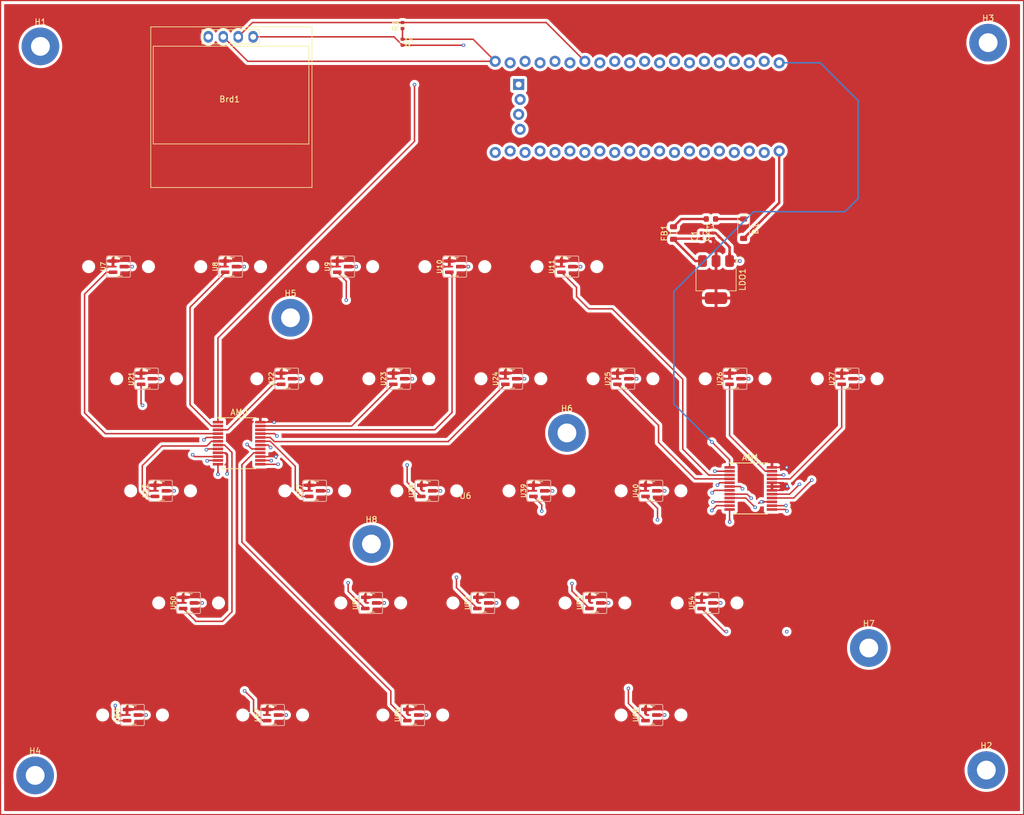
<source format=kicad_pcb>
(kicad_pcb (version 20241229) (generator "pcbnew") (generator_version "9.0")
  (layers (0 "F.Cu" signal) (4 "In1.Cu" signal) (6 "In2.Cu" signal) (2 "B.Cu" signal) (13 "F.Paste" user) (15 "B.Paste" user) (5 "F.SilkS" user "F.Silkscreen") (7 "B.SilkS" user "B.Silkscreen") (1 "F.Mask" user) (3 "B.Mask" user) (25 "Edge.Cuts" user))
  (net 0 "")
  (net 1 "AM0:11")
  (net 2 "+3V3")
  (net 3 "AM0:1")
  (net 4 "AM0:6")
  (net 5 "AM0:14")
  (net 6 "AM0:10")
  (net 7 "AM0:8")
  (net 8 "AM0:9")
  (net 9 "AM0:2")
  (net 10 "AM0:SELECT1")
  (net 11 "AM0")
  (net 12 "GND")
  (net 13 "AM0:7")
  (net 14 "AM0:12")
  (net 15 "AM0:15")
  (net 16 "AM0:3")
  (net 17 "AM0:4")
  (net 18 "AM0:5")
  (net 19 "AM0:13")
  (net 20 "PB6_SCL1")
  (net 21 "+3.3V_QWIIC")
  (net 22 "PB7_SDA1")
  (net 23 "AM1:6")
  (net 24 "AM0:SELECT0")
  (net 25 "AM1:5")
  (net 26 "AM1:8")
  (net 27 "AM1:10")
  (net 28 "AM1:4")
  (net 29 "AM1:0")
  (net 30 "AM1:3")
  (net 31 "AM1:1")
  (net 32 "AM1:15")
  (net 33 "AM1:2")
  (net 34 "AM1:14")
  (net 35 "USART1_TX")
  (net 36 "NRST")
  (net 37 "PA8_DISP_DATA")
  (net 39 "PB4_DISP_CS")
  (net 41 "PB3_DISP_SCK")
  (net 43 "USB_D-")
  (net 44 "PWR_SENSE")
  (net 46 "SWDIO")
  (net 47 "+5V")
  (net 49 "FLASH_CS")
  (net 51 "RGBLED")
  (net 53 "PB1_ADC9_BUZZ")
  (net 54 "USART1_RX")
  (net 55 "PB15_MOSI2")
  (net 57 "PB14_MISO2")
  (net 58 "SWCLK")
  (net 59 "AM1")
  (net 60 "USB_D+")
  (net 61 "AM0:SELECT3")
  (net 62 "PB0_ADC8")
  (net 63 "PB13_SCK2")
  (net 64 "SWD_3.3V")
  (net 65 "AM0:SELECT2")
  (net 66 "AM1:SELECT0")
  (net 67 "AM1:SELECT3")
  (net 68 "AM1:SELECT2")
  (net 69 "AM1:SELECT1")
  (net 70 "Net-(LDO1-VI)")
  (net 71 "Net-(D1-K)")
  (net 72 "Net-(F1-Pad2)")
  (footprint "Capacitor_SMD:C_0402_1005Metric" (layer "F.Cu") (at 225.81 108.4775 90)
    (property "Reference" "C1")
    (property "Value" "10u")
  )
  (footprint "PCM_marbastlib-xp-he:SW_MX_HE_0deg_1.75u" (layer "F.Cu") (at 133.87875 151.81)
    (property "Reference" "U12")
    (property "Value" "GH39FKSW")
  )
  (footprint "PCM_marbastlib-xp-he:SW_MX_HE_0deg_1u" (layer "F.Cu") (at 179.1225 151.81)
    (property "Reference" "U38")
    (property "Value" "GH39FKSW")
  )
  (footprint "PCM_marbastlib-xp-he:SW_MX_HE_0deg_1u" (layer "F.Cu") (at 174.36 132.76)
    (property "Reference" "U23")
    (property "Value" "GH39FKSW")
  )
  (footprint "SSD1306:128x64OLED" (layer "F.Cu") (at 145.61 85.26)
    (property "Reference" "Brd1")
    (property "Value" "SSD1306")
  )
  (footprint "Package_TO_SOT_SMD:SOT-223-3_TabPin2" (layer "F.Cu") (at 228.2725 115.91 -90)
    (property "Reference" "LDO1")
    (property "Value" "AMS1117-3.3")
  )
  (footprint "PCM_marbastlib-xp-he:SW_MX_HE_0deg_1u" (layer "F.Cu") (at 202.935 113.71)
    (property "Reference" "U11")
    (property "Value" "GH39FKSW")
  )
  (footprint "MountingHole:MountingHole_3.2mm_M3_Pad" (layer "F.Cu") (at 113.46 76.28)
    (property "Reference" "H1")
    (property "Value" "MountingHole")
  )
  (footprint "kicad_blackpill:BlackPill_STLINK" (layer "F.Cu") (at 213.90375 86.56625 -90)
    (property "Reference" "U6")
    (property "Value" "BlackPill_STLINK")
  )
  (footprint "PCM_marbastlib-xp-he:SW_MX_HE_0deg_1u" (layer "F.Cu") (at 231.51 132.76)
    (property "Reference" "U26")
    (property "Value" "GH39FKSW")
  )
  (footprint "PCM_marbastlib-xp-he:SW_MX_HE_0deg_1u" (layer "F.Cu") (at 183.885 113.71)
    (property "Reference" "U10")
    (property "Value" "GH39FKSW")
  )
  (footprint "MountingHole:MountingHole_3.2mm_M3_Pad" (layer "F.Cu") (at 254.23 178.52)
    (property "Reference" "H7")
    (property "Value" "MountingHole")
  )
  (footprint "PCM_marbastlib-xp-he:SW_MX_HE_0deg_1u" (layer "F.Cu") (at 188.6475 170.86)
    (property "Reference" "U52")
    (property "Value" "GH39FKSW")
  )
  (footprint "MountingHole:MountingHole_3.2mm_M3_Pad" (layer "F.Cu") (at 112.56 200.17)
    (property "Reference" "H4")
    (property "Value" "MountingHole")
  )
  (footprint "PCM_marbastlib-xp-he:SW_MX_HE_0deg_2.25" (layer "F.Cu") (at 138.64125 170.86)
    (property "Reference" "U50")
    (property "Value" "GH39FKSW")
  )
  (footprint "PCM_marbastlib-xp-he:SW_MX_HE_0deg_1u" (layer "F.Cu") (at 217.2225 151.81)
    (property "Reference" "U40")
    (property "Value" "GH39FKSW")
  )
  (footprint "Resistor_SMD:R_0402_1005Metric" (layer "F.Cu") (at 174.99 72.74 90)
    (property "Reference" "R1")
    (property "Value" "2k2")
  )
  (footprint "Package_SO:SSOP-24_5.3x8.2mm_P0.65mm" (layer "F.Cu") (at 234.1725 151.40375)
    (property "Reference" "AM1")
    (property "Value" "CD74HC4067SM")
  )
  (footprint "Fuse:Fuse_0603_1608Metric" (layer "F.Cu") (at 227.40375 105.61625 180)
    (property "Reference" "F1")
    (property "Value" "500mA")
  )
  (footprint "PCM_marbastlib-xp-he:SW_MX_HE_0deg_1u" (layer "F.Cu") (at 250.56 132.76)
    (property "Reference" "U27")
    (property "Value" "GH39FKSW")
  )
  (footprint "MountingHole:MountingHole_3.2mm_M3_Pad" (layer "F.Cu") (at 155.96 122.4)
    (property "Reference" "H5")
    (property "Value" "MountingHole")
  )
  (footprint "MountingHole:MountingHole_3.2mm_M3_Pad" (layer "F.Cu") (at 202.93 141.97)
    (property "Reference" "H6")
    (property "Value" "MountingHole")
  )
  (footprint "PCM_marbastlib-xp-he:SW_MX_HE_0deg_1u" (layer "F.Cu") (at 160.0725 151.81)
    (property "Reference" "U37")
    (property "Value" "GH39FKSW")
  )
  (footprint "PCM_marbastlib-xp-he:SW_MX_HE_0deg_1u" (layer "F.Cu") (at 155.31 132.76)
    (property "Reference" "U22")
    (property "Value" "GH39FKSW")
  )
  (footprint "PCM_marbastlib-xp-he:SW_MX_HE_0deg_1u" (layer "F.Cu") (at 212.46 132.76)
    (property "Reference" "U25")
    (property "Value" "GH39FKSW")
  )
  (footprint "PCM_marbastlib-xp-he:SW_MX_HE_0deg_1.5u" (layer "F.Cu") (at 131.4975 132.76)
    (property "Reference" "U21")
    (property "Value" "GH39FKSW")
  )
  (footprint "PCM_marbastlib-xp-he:SW_MX_HE_0deg_1.25u" (layer "F.Cu") (at 129.11625 189.91)
    (property "Reference" "U64")
    (property "Value" "GH39FKSW")
  )
  (footprint "PCM_marbastlib-xp-he:SW_MX_HE_0deg_1.25u" (layer "F.Cu") (at 152.92875 189.91)
    (property "Reference" "U67")
    (property "Value" "GH39FKSW")
  )
  (footprint "PCM_marbastlib-xp-he:SW_MX_HE_0deg_1u" (layer "F.Cu") (at 207.6975 170.86)
    (property "Reference" "U53")
    (property "Value" "GH39FKSW")
  )
  (footprint "MountingHole:MountingHole_3.2mm_M3_Pad" (layer "F.Cu") (at 274.51 75.65)
    (property "Reference" "H3")
    (property "Value" "MountingHole")
  )
  (footprint "Diode_SMD:D_SOD-123" (layer "F.Cu") (at 232.95375 107.26625 -90)
    (property "Reference" "D1")
    (property "Value" "B5819W")
  )
  (footprint "Capacitor_SMD:C_0402_1005Metric" (layer "F.Cu") (at 227.78 108.4775 90)
    (property "Reference" "C2")
    (property "Value" "10u")
  )
  (footprint "PCM_marbastlib-xp-he:SW_MX_HE_0deg_1u" (layer "F.Cu") (at 145.785 113.71)
    (property "Reference" "U8")
    (property "Value" "GH39FKSW")
  )
  (footprint "PCM_marbastlib-xp-he:SW_MX_HE_0deg_1u" (layer "F.Cu") (at 126.735 113.71)
    (property "Reference" "U7")
    (property "Value" "GH39FKSW")
  )
  (footprint "MountingHole:MountingHole_3.2mm_M3_Pad" (layer "F.Cu") (at 169.71 160.85)
    (property "Reference" "H8")
    (property "Value" "MountingHole")
  )
  (footprint "PCM_marbastlib-xp-he:SW_MX_HE_0deg_1u" (layer "F.Cu") (at 193.41 132.76)
    (property "Reference" "U24")
    (property "Value" "GH39FKSW")
  )
  (footprint "PCM_marbastlib-xp-he:SW_MX_HE_0deg_1.25u" (layer "F.Cu") (at 176.74125 189.91)
    (property "Reference" "U66")
    (property "Value" "GH39FKSW")
  )
  (footprint "MountingHole:MountingHole_3.2mm_M3_Pad" (layer "F.Cu") (at 274.2 199.27)
    (property "Reference" "H2")
    (property "Value" "MountingHole")
  )
  (footprint "Resistor_SMD:R_0402_1005Metric" (layer "F.Cu") (at 174.98 75.58 -90)
    (property "Reference" "R2")
    (property "Value" "2k2")
  )
  (footprint "Inductor_SMD:L_0805_2012Metric" (layer "F.Cu") (at 221.0475 107.9975 90)
    (property "Reference" "FB1")
    (property "Value" "100 @ 100 MHz")
  )
  (footprint "PCM_marbastlib-xp-he:SW_MX_HE_0deg_1u" (layer "F.Cu") (at 198.1725 151.81)
    (property "Reference" "U39")
    (property "Value" "GH39FKSW")
  )
  (footprint "PCM_marbastlib-xp-he:SW_MX_HE_0deg_1u" (layer "F.Cu") (at 164.835 113.71)
    (property "Reference" "U9")
    (property "Value" "GH39FKSW")
  )
  (footprint "Package_SO:SSOP-24_5.3x8.2mm_P0.65mm" (layer "F.Cu") (at 147.22875 143.71625)
    (property "Reference" "AM0")
    (property "Value" "CD74HC4067SM")
  )
  (footprint "PCM_marbastlib-xp-he:SW_MX_HE_0deg_1u" (layer "F.Cu") (at 226.7475 170.86)
    (property "Reference" "U54")
    (property "Value" "GH39FKSW")
  )
  (footprint "PCM_marbastlib-xp-he:SW_MX_HE_0deg_3u" (layer "F.Cu") (at 217.2225 189.91)
    (property "Reference" "U68")
    (property "Value" "GH39FKSW")
  )
  (footprint "PCM_marbastlib-xp-he:SW_MX_HE_0deg_1u" (layer "F.Cu") (at 169.5975 170.86)
    (property "Reference" "U51")
    (property "Value" "GH39FKSW")
  )
  (gr_rect (start 106.69 68.5) (end 280.53 206.83) (stroke (width 0.2)) (fill no) (layer "F.Cu"))
  (segment (start 150.82875 142.74125) (end 152.51125 142.74125) (width 0.25) (layer "F.Cu") (net 1))
  (segment (start 153.21 143.44) (end 182.7425 143.44) (width 0.25) (layer "F.Cu") (net 1))
  (segment (start 152.51125 142.74125) (end 153.21 143.44) (width 0.25) (layer "F.Cu") (net 1))
  (segment (start 182.7425 143.44) (end 192.4725 133.71) (width 0.25) (layer "F.Cu") (net 1))
  (segment (start 228.2725 112.76) (end 228.2725 109.45) (width 0.4) (layer "F.Cu") (net 2))
  (segment (start 239.89125 147.82875) (end 237.7725 147.82875) (width 0.25) (layer "F.Cu") (net 2))
  (segment (start 228.2725 109.45) (end 227.78 108.9575) (width 0.4) (layer "F.Cu") (net 2))
  (segment (start 153.16125 140.14125) (end 153.18 140.16) (width 0.25) (layer "F.Cu") (net 2))
  (segment (start 239.8925 147.83) (end 239.89125 147.82875) (width 0.25) (layer "F.Cu") (net 2))
  (segment (start 240.28 147.83) (end 239.8925 147.83) (width 0.25) (layer "F.Cu") (net 2))
  (segment (start 150.82875 140.14125) (end 153.16125 140.14125) (width 0.25) (layer "F.Cu") (net 2))
  (via (at 153.18 140.16) (size 0.6) (drill 0.3) (layers "F.Cu" "B.Cu") (net 2))
  (via (at 240.28 147.83) (size 0.6) (drill 0.3) (layers "F.Cu" "B.Cu") (net 2))
  (segment (start 141.78875 144.69125) (end 141.665 144.815) (width 0.25) (layer "F.Cu") (net 3))
  (segment (start 128.17875 190.86) (end 126.71 190.86) (width 0.25) (layer "F.Cu") (net 3))
  (segment (start 126.19 190.34) (end 126.19 188.29) (width 0.25) (layer "F.Cu") (net 3))
  (segment (start 126.71 190.86) (end 126.19 190.34) (width 0.25) (layer "F.Cu") (net 3))
  (segment (start 143.62875 144.69125) (end 141.78875 144.69125) (width 0.25) (layer "F.Cu") (net 3))
  (via (at 141.665 144.815) (size 0.6) (drill 0.3) (layers "F.Cu" "B.Cu") (net 3))
  (via (at 126.19 188.29) (size 0.6) (drill 0.3) (layers "F.Cu" "B.Cu") (net 3))
  (segment (start 143.62875 141.44125) (end 145.29875 141.44125) (width 0.25) (layer "F.Cu") (net 4))
  (segment (start 145.29875 141.44125) (end 153.03 133.71) (width 0.25) (layer "F.Cu") (net 4))
  (segment (start 153.03 133.71) (end 154.3725 133.71) (width 0.25) (layer "F.Cu") (net 4))
  (segment (start 149.35125 144.69125) (end 148.59 143.93) (width 0.25) (layer "F.Cu") (net 5))
  (segment (start 165.75 167.44) (end 165.75 168.9) (width 0.25) (layer "F.Cu") (net 5))
  (segment (start 150.82875 144.69125) (end 149.35125 144.69125) (width 0.25) (layer "F.Cu") (net 5))
  (segment (start 165.75 168.9) (end 168.66 171.81) (width 0.25) (layer "F.Cu") (net 5))
  (via (at 148.59 143.93) (size 0.6) (drill 0.3) (layers "F.Cu" "B.Cu") (net 5))
  (via (at 165.75 167.44) (size 0.6) (drill 0.3) (layers "F.Cu" "B.Cu") (net 5))
  (segment (start 165.44 119.4) (end 165.44 116.2025) (width 0.25) (layer "F.Cu") (net 6))
  (segment (start 165.44 116.2025) (end 163.8975 114.66) (width 0.25) (layer "F.Cu") (net 6))
  (segment (start 153.25125 142.09125) (end 153.65 142.49) (width 0.25) (layer "F.Cu") (net 6))
  (segment (start 150.82875 142.09125) (end 153.25125 142.09125) (width 0.25) (layer "F.Cu") (net 6))
  (via (at 165.44 119.4) (size 0.6) (drill 0.3) (layers "F.Cu" "B.Cu") (net 6))
  (via (at 153.65 142.49) (size 0.6) (drill 0.3) (layers "F.Cu" "B.Cu") (net 6))
  (segment (start 166.34125 140.79125) (end 173.4225 133.71) (width 0.25) (layer "F.Cu") (net 7))
  (segment (start 150.82875 140.79125) (end 166.34125 140.79125) (width 0.25) (layer "F.Cu") (net 7))
  (segment (start 183.41 115.1225) (end 182.9475 114.66) (width 0.25) (layer "F.Cu") (net 8))
  (segment (start 180.46875 141.44125) (end 183.41 138.5) (width 0.25) (layer "F.Cu") (net 8))
  (segment (start 150.82875 141.44125) (end 180.46875 141.44125) (width 0.25) (layer "F.Cu") (net 8))
  (segment (start 183.41 138.5) (end 183.41 115.1225) (width 0.25) (layer "F.Cu") (net 8))
  (segment (start 144.75375 144.04125) (end 146.01 145.2975) (width 0.25) (layer "F.Cu") (net 9))
  (segment (start 143.62875 144.04125) (end 144.75375 144.04125) (width 0.25) (layer "F.Cu") (net 9))
  (segment (start 146.01 145.2975) (end 146.01 172.37) (width 0.25) (layer "F.Cu") (net 9))
  (segment (start 146.01 172.37) (end 144.39 173.99) (width 0.25) (layer "F.Cu") (net 9))
  (segment (start 139.88375 173.99) (end 137.70375 171.81) (width 0.25) (layer "F.Cu") (net 9))
  (segment (start 144.39 173.99) (end 139.88375 173.99) (width 0.25) (layer "F.Cu") (net 9))
  (segment (start 141.86875 146.64125) (end 141.79 146.72) (width 0.25) (layer "F.Cu") (net 10))
  (segment (start 143.62875 146.64125) (end 141.86875 146.64125) (width 0.25) (layer "F.Cu") (net 10))
  (via (at 141.79 146.72) (size 0.6) (drill 0.3) (layers "F.Cu" "B.Cu") (net 10))
  (segment (start 143.62875 125.83125) (end 155.59 113.87) (width 0.25) (layer "F.Cu") (net 11))
  (segment (start 155.59 113.87) (end 177.03 92.43) (width 0.25) (layer "F.Cu") (net 11))
  (segment (start 177.03 92.43) (end 177.03 82.78) (width 0.25) (layer "F.Cu") (net 11))
  (segment (start 143.62875 140.14125) (end 143.62875 125.83125) (width 0.25) (layer "F.Cu") (net 11))
  (via (at 177.03 82.78) (size 0.6) (drill 0.3) (layers "F.Cu" "B.Cu") (net 11))
  (segment (start 189.585 170.86) (end 190.9475 170.86) (width 0.25) (layer "F.Cu") (net 12))
  (segment (start 143.62875 145.34125) (end 144.73075 145.34125) (width 0.25) (layer "F.Cu") (net 12))
  (segment (start 150.82875 145.99125) (end 153.46875 145.99125) (width 0.25) (layer "F.Cu") (net 12))
  (segment (start 232.31 112.76) (end 232.32 112.77) (width 0.4) (layer "F.Cu") (net 12))
  (segment (start 180.06 151.81) (end 181.4225 151.81) (width 0.25) (layer "F.Cu") (net 12))
  (segment (start 153.46875 145.99125) (end 153.47 145.99) (width 0.25) (layer "F.Cu") (net 12))
  (segment (start 156.2475 132.76) (end 157.61 132.76) (width 0.25) (layer "F.Cu") (net 12))
  (segment (start 232.4475 132.76) (end 233.81 132.76) (width 0.25) (layer "F.Cu") (net 12))
  (segment (start 239.73125 149.12875) (end 239.76 149.1) (width 0.25) (layer "F.Cu") (net 12))
  (segment (start 239.74875 150.42875) (end 240.37 151.05) (width 0.25) (layer "F.Cu") (net 12))
  (segment (start 237.7725 151.72875) (end 239.69125 151.72875) (width 0.25) (layer "F.Cu") (net 12))
  (segment (start 227.685 170.86) (end 229.0475 170.86) (width 0.25) (layer "F.Cu") (net 12))
  (segment (start 230.5725 110.37875) (end 230.5725 112.76) (width 0.4) (layer "F.Cu") (net 12))
  (segment (start 132.435 132.76) (end 133.7975 132.76) (width 0.25) (layer "F.Cu") (net 12))
  (segment (start 130.05375 189.91) (end 131.41625 189.91) (width 0.25) (layer "F.Cu") (net 12))
  (segment (start 251.4975 132.76) (end 252.86 132.76) (width 0.25) (layer "F.Cu") (net 12))
  (segment (start 203.8725 113.71) (end 205.235 113.71) (width 0.25) (layer "F.Cu") (net 12))
  (segment (start 145.19 145.8005) (end 145.19 148.92) (width 0.25) (layer "F.Cu") (net 12))
  (segment (start 161.01 151.81) (end 162.3725 151.81) (width 0.25) (layer "F.Cu") (net 12))
  (segment (start 225.81 107.9975) (end 227.78 107.9975) (width 0.4) (layer "F.Cu") (net 12))
  (segment (start 237.7725 153.67875) (end 235.97125 153.67875) (width 0.25) (layer "F.Cu") (net 12))
  (segment (start 127.6725 113.71) (end 129.035 113.71) (width 0.25) (layer "F.Cu") (net 12))
  (segment (start 230.5725 112.76) (end 232.31 112.76) (width 0.4) (layer "F.Cu") (net 12))
  (segment (start 228.07875 148.47875) (end 228.07 148.47) (width 0.25) (layer "F.Cu") (net 12))
  (segment (start 208.635 170.86) (end 209.9975 170.86) (width 0.25) (layer "F.Cu") (net 12))
  (segment (start 237.7725 151.07875) (end 240.34125 151.07875) (width 0.25) (layer "F.Cu") (net 12))
  (segment (start 218.16 151.81) (end 219.5225 151.81) (width 0.25) (layer "F.Cu") (net 12))
  (segment (start 165.7725 113.71) (end 167.135 113.71) (width 0.25) (layer "F.Cu") (net 12))
  (segment (start 194.3475 132.76) (end 195.71 132.76) (width 0.25) (layer "F.Cu") (net 12))
  (segment (start 143.62875 149.00875) (end 143.63 149.01) (width 0.25) (layer "F.Cu") (net 12))
  (segment (start 184.8225 113.71) (end 186.185 113.71) (width 0.25) (layer "F.Cu") (net 12))
  (segment (start 230.5725 148.47875) (end 228.07875 148.47875) (width 0.25) (layer "F.Cu") (net 12))
  (segment (start 237.7725 150.42875) (end 239.74875 150.42875) (width 0.25) (layer "F.Cu") (net 12))
  (segment (start 143.62875 147.29125) (end 143.62875 149.00875) (width 0.25) (layer "F.Cu") (net 12))
  (segment (start 240.34125 151.07875) (end 240.37 151.05) (width 0.25) (layer "F.Cu") (net 12))
  (segment (start 237.7725 149.12875) (end 239.73125 149.12875) (width 0.25) (layer "F.Cu") (net 12))
  (segment (start 228.19125 107.9975) (end 230.5725 110.37875) (width 0.4) (layer "F.Cu") (net 12))
  (segment (start 218.16 189.91) (end 219.5225 189.91) (width 0.25) (layer "F.Cu") (net 12))
  (segment (start 146.7225 113.71) (end 148.085 113.71) (width 0.25) (layer "F.Cu") (net 12))
  (segment (start 170.535 170.86) (end 171.8975 170.86) (width 0.25) (layer "F.Cu") (net 12))
  (segment (start 227.78 107.9975) (end 228.19125 107.9975) (width 0.4) (layer "F.Cu") (net 12))
  (segment (start 239.69125 151.72875) (end 240.37 151.05) (width 0.25) (layer "F.Cu") (net 12))
  (segment (start 177.67875 189.91) (end 179.04125 189.91) (width 0.25) (layer "F.Cu") (net 12))
  (segment (start 199.11 151.81) (end 200.4725 151.81) (width 0.25) (layer "F.Cu") (net 12))
  (segment (start 139.57875 170.86) (end 140.94125 170.86) (width 0.25) (layer "F.Cu") (net 12))
  (segment (start 153.86625 189.91) (end 155.22875 189.91) (width 0.25) (layer "F.Cu") (net 12))
  (segment (start 134.81625 151.81) (end 136.17875 151.81) (width 0.25) (layer "F.Cu") (net 12))
  (segment (start 213.3975 132.76) (end 214.76 132.76) (width 0.25) (layer "F.Cu") (net 12))
  (segment (start 175.2975 132.76) (end 176.66 132.76) (width 0.25) (layer "F.Cu") (net 12))
  (segment (start 144.73075 145.34125) (end 145.19 145.8005) (width 0.25) (layer "F.Cu") (net 12))
  (segment (start 230.5725 157.0825) (end 230.59 157.1) (width 0.25) (layer "F.Cu") (net 12))
  (segment (start 235.97125 153.67875) (end 235.97 153.68) (width 0.25) (layer "F.Cu") (net 12))
  (segment (start 230.5725 154.97875) (end 230.5725 157.0825) (width 0.25) (layer "F.Cu") (net 12))
  (via (at 232.32 112.77) (size 0.6) (drill 0.3) (layers "F.Cu" "B.Cu") (net 12))
  (via (at 153.47 145.99) (size 0.6) (drill 0.3) (layers "F.Cu" "B.Cu") (net 12))
  (via (at 239.76 149.1) (size 0.6) (drill 0.3) (layers "F.Cu" "B.Cu") (net 12))
  (via (at 143.63 149.01) (size 0.6) (drill 0.3) (layers "F.Cu" "B.Cu") (net 12))
  (via (at 235.97 153.68) (size 0.6) (drill 0.3) (layers "F.Cu" "B.Cu") (net 12))
  (via (at 145.19 148.92) (size 0.6) (drill 0.3) (layers "F.Cu" "B.Cu") (net 12))
  (via (at 228.07 148.47) (size 0.6) (drill 0.3) (layers "F.Cu" "B.Cu") (net 12))
  (via (at 230.59 157.1) (size 0.6) (drill 0.3) (layers "F.Cu" "B.Cu") (net 12))
  (via (at 240.37 151.05) (size 0.6) (drill 0.3) (layers "F.Cu" "B.Cu") (net 12))
  (segment (start 138.89 137.1775) (end 138.89 120.6175) (width 0.25) (layer "F.Cu") (net 13))
  (segment (start 142.50375 140.79125) (end 138.89 137.1775) (width 0.25) (layer "F.Cu") (net 13))
  (segment (start 138.89 120.6175) (end 144.8475 114.66) (width 0.25) (layer "F.Cu") (net 13))
  (segment (start 143.62875 140.79125) (end 142.50375 140.79125) (width 0.25) (layer "F.Cu") (net 13))
  (segment (start 157.86 152.76) (end 159.135 152.76) (width 0.25) (layer "F.Cu") (net 14))
  (segment (start 152.52344 143.39125) (end 156.76 147.62781) (width 0.25) (layer "F.Cu") (net 14))
  (segment (start 156.76 151.66) (end 157.86 152.76) (width 0.25) (layer "F.Cu") (net 14))
  (segment (start 150.82875 143.39125) (end 152.52344 143.39125) (width 0.25) (layer "F.Cu") (net 14))
  (segment (start 156.76 147.62781) (end 156.76 151.66) (width 0.25) (layer "F.Cu") (net 14))
  (segment (start 147.7 160.54) (end 173.01 185.85) (width 0.25) (layer "F.Cu") (net 15))
  (segment (start 150.82875 145.34125) (end 149.72675 145.34125) (width 0.25) (layer "F.Cu") (net 15))
  (segment (start 149.72675 145.34125) (end 147.7 147.368) (width 0.25) (layer "F.Cu") (net 15))
  (segment (start 173.01 185.85) (end 173.01 188.06625) (width 0.25) (layer "F.Cu") (net 15))
  (segment (start 147.7 147.368) (end 147.7 160.54) (width 0.25) (layer "F.Cu") (net 15))
  (segment (start 173.01 188.06625) (end 175.80375 190.86) (width 0.25) (layer "F.Cu") (net 15))
  (segment (start 142.52675 143.39125) (end 143.62875 143.39125) (width 0.25) (layer "F.Cu") (net 16))
  (segment (start 131.86 152.76) (end 130.77 151.67) (width 0.25) (layer "F.Cu") (net 16))
  (segment (start 141.728 144.19) (end 142.52675 143.39125) (width 0.25) (layer "F.Cu") (net 16))
  (segment (start 132.94125 152.76) (end 131.86 152.76) (width 0.25) (layer "F.Cu") (net 16))
  (segment (start 134.11 144.19) (end 141.728 144.19) (width 0.25) (layer "F.Cu") (net 16))
  (segment (start 130.77 147.53) (end 134.11 144.19) (width 0.25) (layer "F.Cu") (net 16))
  (segment (start 130.77 151.67) (end 130.77 147.53) (width 0.25) (layer "F.Cu") (net 16))
  (segment (start 130.56 136.99) (end 130.56 133.71) (width 0.25) (layer "F.Cu") (net 17))
  (segment (start 143.62875 142.74125) (end 141.65875 142.74125) (width 0.25) (layer "F.Cu") (net 17))
  (segment (start 130.81 137.29) (end 130.81 137.24) (width 0.25) (layer "F.Cu") (net 17))
  (segment (start 141.24 143.16) (end 141.21 143.19) (width 0.25) (layer "F.Cu") (net 17))
  (segment (start 130.81 137.24) (end 130.56 136.99) (width 0.25) (layer "F.Cu") (net 17))
  (segment (start 141.65875 142.74125) (end 141.24 143.16) (width 0.25) (layer "F.Cu") (net 17))
  (via (at 141.24 143.16) (size 0.6) (drill 0.3) (layers "F.Cu" "B.Cu") (net 17))
  (via (at 130.81 137.29) (size 0.6) (drill 0.3) (layers "F.Cu" "B.Cu") (net 17))
  (segment (start 124.68 114.66) (end 125.7975 114.66) (width 0.25) (layer "F.Cu") (net 18))
  (segment (start 120.96 138.57) (end 120.96 118.38) (width 0.25) (layer "F.Cu") (net 18))
  (segment (start 143.62875 142.09125) (end 124.48125 142.09125) (width 0.25) (layer "F.Cu") (net 18))
  (segment (start 124.48125 142.09125) (end 120.96 138.57) (width 0.25) (layer "F.Cu") (net 18))
  (segment (start 120.96 118.38) (end 124.68 114.66) (width 0.25) (layer "F.Cu") (net 18))
  (segment (start 175.78 147.43) (end 175.78 150.355) (width 0.25) (layer "F.Cu") (net 19))
  (segment (start 175.78 150.355) (end 178.185 152.76) (width 0.25) (layer "F.Cu") (net 19))
  (segment (start 150.82875 144.04125) (end 152.16125 144.04125) (width 0.25) (layer "F.Cu") (net 19))
  (segment (start 152.16125 144.04125) (end 152.57 144.45) (width 0.25) (layer "F.Cu") (net 19))
  (via (at 152.57 144.45) (size 0.6) (drill 0.3) (layers "F.Cu" "B.Cu") (net 19))
  (via (at 175.78 147.43) (size 0.6) (drill 0.3) (layers "F.Cu" "B.Cu") (net 19))
  (segment (start 174.99 72.23) (end 199.3945 72.23) (width 0.25) (layer "F.Cu") (net 20))
  (segment (start 199.3945 72.23) (end 205.98375 78.81925) (width 0.25) (layer "F.Cu") (net 20))
  (segment (start 149.5 72.23) (end 174.99 72.23) (width 0.25) (layer "F.Cu") (net 20))
  (segment (start 147.07 74.66) (end 149.5 72.23) (width 0.25) (layer "F.Cu") (net 20))
  (segment (start 174.99 73.25) (end 174.99 75.06) (width 0.25) (layer "F.Cu") (net 21))
  (segment (start 174.99 75.06) (end 174.98 75.07) (width 0.25) (layer "F.Cu") (net 21))
  (segment (start 174.98 75.07) (end 186.9945 75.07) (width 0.25) (layer "F.Cu") (net 21))
  (segment (start 186.9945 75.07) (end 190.74375 78.81925) (width 0.25) (layer "F.Cu") (net 21))
  (segment (start 144.53 74.66) (end 148.68925 78.81925) (width 0.25) (layer "F.Cu") (net 21))
  (segment (start 148.68925 78.81925) (end 190.74375 78.81925) (width 0.25) (layer "F.Cu") (net 21))
  (segment (start 173.55 74.66) (end 174.98 76.09) (width 0.25) (layer "F.Cu") (net 22))
  (segment (start 174.98 76.09) (end 185.36 76.09) (width 0.25) (layer "F.Cu") (net 22))
  (segment (start 149.61 74.66) (end 173.55 74.66) (width 0.25) (layer "F.Cu") (net 22))
  (via (at 185.36 76.09) (size 0.6) (drill 0.3) (layers "F.Cu" "B.Cu") (net 22))
  (segment (start 222.62 132.86) (end 210.64 120.88) (width 0.25) (layer "F.Cu") (net 23))
  (segment (start 210.64 120.88) (end 206.63 120.88) (width 0.25) (layer "F.Cu") (net 23))
  (segment (start 230.5725 149.12875) (end 227.01875 149.12875) (width 0.25) (layer "F.Cu") (net 23))
  (segment (start 204.56 117.2225) (end 201.9975 114.66) (width 0.25) (layer "F.Cu") (net 23))
  (segment (start 227.01875 149.12875) (end 222.62 144.73) (width 0.25) (layer "F.Cu") (net 23))
  (segment (start 206.63 120.88) (end 204.56 118.81) (width 0.25) (layer "F.Cu") (net 23))
  (segment (start 222.62 144.73) (end 222.62 132.86) (width 0.25) (layer "F.Cu") (net 23))
  (segment (start 204.56 118.81) (end 204.56 117.2225) (width 0.25) (layer "F.Cu") (net 23))
  (segment (start 139.64125 145.99125) (end 139.32 145.67) (width 0.25) (layer "F.Cu") (net 24))
  (segment (start 143.62875 145.99125) (end 139.64125 145.99125) (width 0.25) (layer "F.Cu") (net 24))
  (via (at 139.32 145.67) (size 0.6) (drill 0.3) (layers "F.Cu" "B.Cu") (net 24))
  (segment (start 218.5 140.6875) (end 211.5225 133.71) (width 0.25) (layer "F.Cu") (net 25))
  (segment (start 230.5725 149.77875) (end 224.68875 149.77875) (width 0.25) (layer "F.Cu") (net 25))
  (segment (start 224.68875 149.77875) (end 218.5 143.59) (width 0.25) (layer "F.Cu") (net 25))
  (segment (start 218.5 143.59) (end 218.5 140.6875) (width 0.25) (layer "F.Cu") (net 25))
  (segment (start 230.5725 142.40375) (end 230.5725 133.71) (width 0.25) (layer "F.Cu") (net 26))
  (segment (start 237.7725 148.47875) (end 236.6475 148.47875) (width 0.25) (layer "F.Cu") (net 26))
  (segment (start 236.6475 148.47875) (end 230.5725 142.40375) (width 0.25) (layer "F.Cu") (net 26))
  (segment (start 240.87125 149.77875) (end 249.6225 141.0275) (width 0.25) (layer "F.Cu") (net 27))
  (segment (start 237.7725 149.77875) (end 240.87125 149.77875) (width 0.25) (layer "F.Cu") (net 27))
  (segment (start 249.6225 141.0275) (end 249.6225 133.71) (width 0.25) (layer "F.Cu") (net 27))
  (segment (start 230.5725 150.42875) (end 228.92125 150.42875) (width 0.25) (layer "F.Cu") (net 28))
  (segment (start 228.92125 150.42875) (end 228.51 150.84) (width 0.25) (layer "F.Cu") (net 28))
  (segment (start 198.65 154.175) (end 197.235 152.76) (width 0.25) (layer "F.Cu") (net 28))
  (segment (start 198.65 155.25) (end 198.65 154.175) (width 0.25) (layer "F.Cu") (net 28))
  (via (at 228.51 150.84) (size 0.6) (drill 0.3) (layers "F.Cu" "B.Cu") (net 28))
  (via (at 198.65 155.25) (size 0.6) (drill 0.3) (layers "F.Cu" "B.Cu") (net 28))
  (segment (start 218.33 156.74) (end 218.33 154.805) (width 0.25) (layer "F.Cu") (net 29))
  (segment (start 230.5725 153.02875) (end 233.323452 153.02875) (width 0.25) (layer "F.Cu") (net 29))
  (segment (start 218.33 154.805) (end 216.285 152.76) (width 0.25) (layer "F.Cu") (net 29))
  (segment (start 233.323452 153.02875) (end 234.914702 154.62) (width 0.25) (layer "F.Cu") (net 29))
  (segment (start 234.914702 154.62) (end 234.92 154.62) (width 0.25) (layer "F.Cu") (net 29))
  (via (at 218.33 156.74) (size 0.6) (drill 0.3) (layers "F.Cu" "B.Cu") (net 29))
  (via (at 234.92 154.62) (size 0.6) (drill 0.3) (layers "F.Cu" "B.Cu") (net 29))
  (segment (start 230.5725 151.07875) (end 232.38875 151.07875) (width 0.25) (layer "F.Cu") (net 30))
  (segment (start 232.38875 151.07875) (end 232.77 151.46) (width 0.25) (layer "F.Cu") (net 30))
  (segment (start 184.16 166.52) (end 184.16 168.26) (width 0.25) (layer "F.Cu") (net 30))
  (segment (start 184.16 168.26) (end 187.71 171.81) (width 0.25) (layer "F.Cu") (net 30))
  (via (at 232.77 151.46) (size 0.6) (drill 0.3) (layers "F.Cu" "B.Cu") (net 30))
  (via (at 184.16 166.52) (size 0.6) (drill 0.3) (layers "F.Cu" "B.Cu") (net 30))
  (segment (start 230.5725 152.37875) (end 233.55875 152.37875) (width 0.25) (layer "F.Cu") (net 31))
  (segment (start 203.785 167.565) (end 203.785 168.835) (width 0.25) (layer "F.Cu") (net 31))
  (segment (start 233.55875 152.37875) (end 234.25 153.07) (width 0.25) (layer "F.Cu") (net 31))
  (segment (start 203.785 168.835) (end 206.76 171.81) (width 0.25) (layer "F.Cu") (net 31))
  (via (at 234.25 153.07) (size 0.6) (drill 0.3) (layers "F.Cu" "B.Cu") (net 31))
  (via (at 203.785 167.565) (size 0.6) (drill 0.3) (layers "F.Cu" "B.Cu") (net 31))
  (segment (start 237.7725 153.02875) (end 241.48125 153.02875) (width 0.25) (layer "F.Cu") (net 32))
  (segment (start 241.48125 153.02875) (end 244.535 149.975) (width 0.25) (layer "F.Cu") (net 32))
  (segment (start 229.72 175.72) (end 225.81 171.81) (width 0.25) (layer "F.Cu") (net 32))
  (segment (start 230.03 175.72) (end 229.72 175.72) (width 0.25) (layer "F.Cu") (net 32))
  (via (at 230.03 175.72) (size 0.6) (drill 0.3) (layers "F.Cu" "B.Cu") (net 32))
  (via (at 244.535 149.975) (size 0.6) (drill 0.3) (layers "F.Cu" "B.Cu") (net 32))
  (via (at 240.29 175.74) (size 0.6) (drill 0.3) (layers "F.Cu" "B.Cu") (net 32))
  (segment (start 149.68 187.33) (end 149.68 189.28) (width 0.25) (layer "F.Cu") (net 33))
  (segment (start 230.5725 151.72875) (end 228.02125 151.72875) (width 0.25) (layer "F.Cu") (net 33))
  (segment (start 228.02125 151.72875) (end 227.6 152.15) (width 0.25) (layer "F.Cu") (net 33))
  (segment (start 151.26 190.86) (end 151.99125 190.86) (width 0.25) (layer "F.Cu") (net 33))
  (segment (start 148.15 185.8) (end 149.68 187.33) (width 0.25) (layer "F.Cu") (net 33))
  (segment (start 149.68 189.28) (end 151.26 190.86) (width 0.25) (layer "F.Cu") (net 33))
  (via (at 148.15 185.8) (size 0.6) (drill 0.3) (layers "F.Cu" "B.Cu") (net 33))
  (via (at 227.6 152.15) (size 0.6) (drill 0.3) (layers "F.Cu" "B.Cu") (net 33))
  (segment (start 213.38 185.39) (end 213.38 187.955) (width 0.25) (layer "F.Cu") (net 34))
  (segment (start 240.77125 152.37875) (end 242.45 150.7) (width 0.25) (layer "F.Cu") (net 34))
  (segment (start 237.7725 152.37875) (end 240.77125 152.37875) (width 0.25) (layer "F.Cu") (net 34))
  (segment (start 213.38 187.955) (end 216.285 190.86) (width 0.25) (layer "F.Cu") (net 34))
  (via (at 213.38 185.39) (size 0.6) (drill 0.3) (layers "F.Cu" "B.Cu") (net 34))
  (via (at 242.45 150.7) (size 0.6) (drill 0.3) (layers "F.Cu" "B.Cu") (net 34))
  (segment (start 232.95375 108.91625) (end 239.00375 102.86625) (width 0.4) (layer "F.Cu") (net 47))
  (segment (start 239.00375 102.86625) (end 239.00375 94.05925) (width 0.4) (layer "F.Cu") (net 47))
  (segment (start 230.5725 147.82875) (end 230.5725 146.5225) (width 0.25) (layer "F.Cu") (net 59))
  (segment (start 230.5725 146.5225) (end 227.57 143.52) (width 0.25) (layer "F.Cu") (net 59))
  (via (at 227.57 143.52) (size 0.6) (drill 0.3) (layers "F.Cu" "B.Cu") (net 59))
  (segment (start 252.42 85.5) (end 245.99325 79.07325) (width 0.25) (layer "B.Cu") (net 59))
  (segment (start 227.57 143.52) (end 221.1 137.05) (width 0.25) (layer "B.Cu") (net 59))
  (segment (start 234.66 104.37) (end 250.18 104.37) (width 0.25) (layer "B.Cu") (net 59))
  (segment (start 221.1 137.05) (end 221.1 117.93) (width 0.25) (layer "B.Cu") (net 59))
  (segment (start 221.1 117.93) (end 234.66 104.37) (width 0.25) (layer "B.Cu") (net 59))
  (segment (start 250.18 104.37) (end 252.42 102.13) (width 0.25) (layer "B.Cu") (net 59))
  (segment (start 245.99325 79.07325) (end 239.00375 79.07325) (width 0.25) (layer "B.Cu") (net 59))
  (segment (start 252.42 102.13) (end 252.42 85.5) (width 0.25) (layer "B.Cu") (net 59))
  (segment (start 153.834 147.306) (end 153.85 147.29) (width 0.25) (layer "F.Cu") (net 61))
  (segment (start 150.8435 147.306) (end 153.834 147.306) (width 0.25) (layer "F.Cu") (net 61))
  (segment (start 150.82875 147.29125) (end 150.8435 147.306) (width 0.25) (layer "F.Cu") (net 61))
  (via (at 153.85 147.29) (size 0.6) (drill 0.3) (layers "F.Cu" "B.Cu") (net 61))
  (segment (start 150.82875 146.64125) (end 152.64125 146.64125) (width 0.25) (layer "F.Cu") (net 65))
  (segment (start 152.64125 146.64125) (end 152.68 146.68) (width 0.25) (layer "F.Cu") (net 65))
  (via (at 152.68 146.68) (size 0.6) (drill 0.3) (layers "F.Cu" "B.Cu") (net 65))
  (segment (start 230.5725 153.67875) (end 227.78125 153.67875) (width 0.25) (layer "F.Cu") (net 66))
  (segment (start 227.78125 153.67875) (end 227.74 153.72) (width 0.25) (layer "F.Cu") (net 66))
  (via (at 227.74 153.72) (size 0.6) (drill 0.3) (layers "F.Cu" "B.Cu") (net 66))
  (segment (start 240.05875 154.97875) (end 240.32 155.24) (width 0.25) (layer "F.Cu") (net 67))
  (segment (start 237.7725 154.97875) (end 240.05875 154.97875) (width 0.25) (layer "F.Cu") (net 67))
  (via (at 240.32 155.24) (size 0.6) (drill 0.3) (layers "F.Cu" "B.Cu") (net 67))
  (segment (start 240.11125 154.32875) (end 240.14 154.3) (width 0.25) (layer "F.Cu") (net 68))
  (segment (start 237.7725 154.32875) (end 240.11125 154.32875) (width 0.25) (layer "F.Cu") (net 68))
  (via (at 240.14 154.3) (size 0.6) (drill 0.3) (layers "F.Cu" "B.Cu") (net 68))
  (segment (start 228.37125 154.32875) (end 227.55 155.15) (width 0.25) (layer "F.Cu") (net 69))
  (segment (start 230.5725 154.32875) (end 228.37125 154.32875) (width 0.25) (layer "F.Cu") (net 69))
  (via (at 227.55 155.15) (size 0.6) (drill 0.3) (layers "F.Cu" "B.Cu") (net 69))
  (segment (start 225.9725 112.76) (end 224.7475 112.76) (width 0.4) (layer "F.Cu") (net 70))
  (segment (start 225.81 108.9575) (end 221.15 108.9575) (width 0.4) (layer "F.Cu") (net 70))
  (segment (start 224.7475 112.76) (end 221.0475 109.06) (width 0.4) (layer "F.Cu") (net 70))
  (segment (start 221.15 108.9575) (end 221.0475 109.06) (width 0.25) (layer "F.Cu") (net 70))
  (segment (start 232.95375 105.61625) (end 228.19125 105.61625) (width 0.4) (layer "F.Cu") (net 71))
  (segment (start 222.36625 105.61625) (end 221.0475 106.935) (width 0.4) (layer "F.Cu") (net 72))
  (segment (start 226.61625 105.61625) (end 222.36625 105.61625) (width 0.4) (layer "F.Cu") (net 72))
  (zone (net 12) (net_name "GND") (layer "F.Cu") (connect_pads (clearance 0.5)) (min_thickness 0.25) (fill yes (thermal_gap 0.5) (thermal_bridge_width 0.5))
    (polygon (pts (xy 280.53 68.5) (xy 106.69 68.5) (xy 106.69 206.83) (xy 280.53 206.83)))
  )
  (zone (net 2) (net_name "+3V3") (layer "F.Cu") (priority 3) (connect_pads (clearance 0.5)) (min_thickness 0.25) (fill yes (thermal_gap 0.5) (thermal_bridge_width 0.5))
    (polygon (pts (xy 106.69 68.5) (xy 106.69 206.83) (xy 280.53 206.83) (xy 280.53 68.5)))
  )
)
</source>
